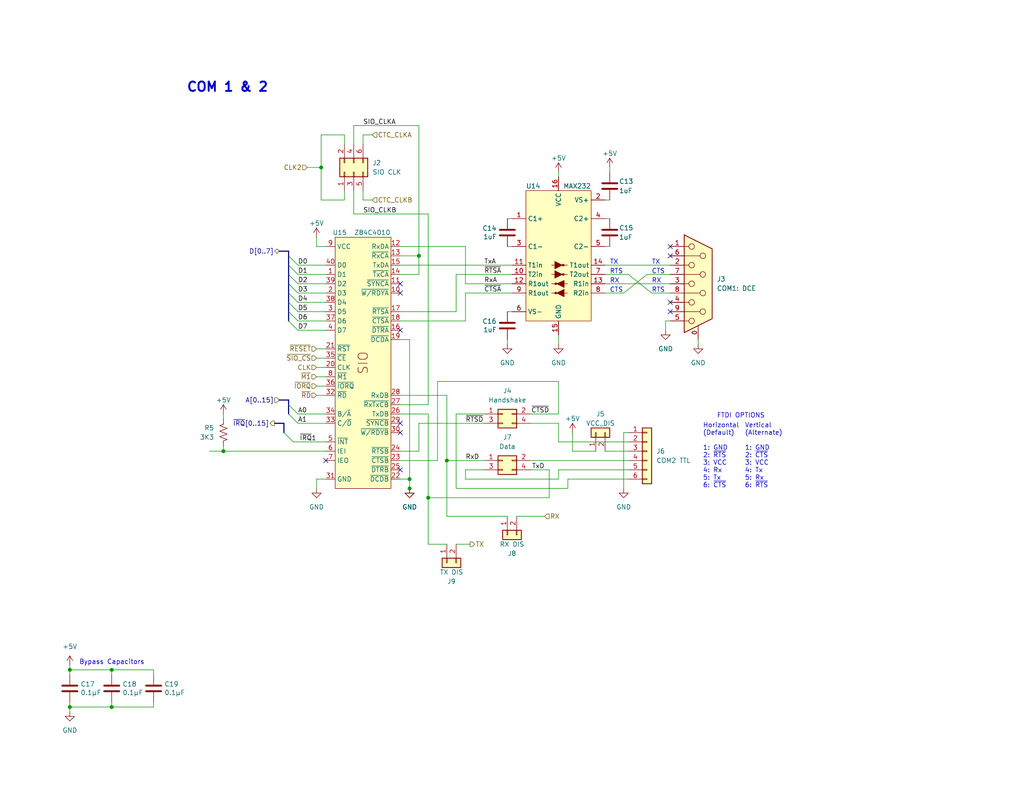
<source format=kicad_sch>
(kicad_sch (version 20230121) (generator eeschema)
  (paper "USLetter")
  (title_block (date "2023-08-13") (rev "V2") (company "Frédéric Segard  (@microhobbyist)"))
  (lib_symbols
    (symbol "+5V_1" (power) (pin_names (offset 0))
      (property "Value" "+5V_1" (at 0 3.556 0))
      (symbol "+5V_1_0_1"
        (polyline (pts (xy -0.762 1.27) (xy 0 2.54)))
        (polyline (pts (xy 0 0) (xy 0 2.54)))
        (polyline (pts (xy 0 2.54) (xy 0.762 1.27)))
      )
      (symbol "+5V_1_1_1"
        (pin power_in line (at 0 0 90) (length 0) hide (name "+5V") (number "1"))
      )
    )
    (symbol "0_Library:MAX232"
      (property "Reference" "U" (at -7.62 0 0))
      (property "Value" "MAX232" (at 1.27 0 0))
      (symbol "MAX232_0_1"
        (rectangle (start -8.89 -1.27) (end 8.89 -36.83) (stroke (width 0.1524)) (fill (type background)))
        (circle (center -0.762 -29.21) (radius 0.254) (stroke (width 0.1524)) (fill (type outline)))
        (circle (center -0.762 -26.67) (radius 0.254) (stroke (width 0.1524)) (fill (type outline)))
        (polyline (pts (xy -1.016 -24.13) (xy -1.905 -24.13)) (stroke (width 0.1524)))
        (polyline (pts (xy -1.016 -21.59) (xy -1.905 -21.59)) (stroke (width 0.1524)))
        (polyline (pts (xy -0.508 -29.21) (xy -1.905 -29.21)) (stroke (width 0.1524)))
        (polyline (pts (xy -0.508 -26.67) (xy -1.905 -26.67)) (stroke (width 0.1524)))
        (polyline (pts (xy 1.016 -24.13) (xy 2.413 -24.13)) (stroke (width 0.1524)))
        (polyline (pts (xy 1.016 -21.59) (xy 2.413 -21.59)) (stroke (width 0.1524)))
        (polyline (pts (xy 1.524 -29.21) (xy 2.413 -29.21)) (stroke (width 0.1524)))
        (polyline (pts (xy 1.524 -26.67) (xy 2.413 -26.67)) (stroke (width 0.1524)))
        (polyline (pts (xy -1.016 -23.114) (xy 1.016 -24.13) (xy -1.016 -25.146) (xy -1.016 -23.114)) (stroke (width 0.1524)) (fill (type outline)))
        (polyline (pts (xy -1.016 -20.574) (xy -1.016 -22.606) (xy 1.016 -21.59) (xy -1.016 -20.574)) (stroke (width 0.1524)) (fill (type outline)))
        (polyline (pts (xy 1.524 -28.194) (xy 1.524 -30.226) (xy -0.508 -29.21) (xy 1.524 -28.194)) (stroke (width 0.1524)) (fill (type outline)))
        (polyline (pts (xy 1.524 -25.781) (xy 1.524 -27.686) (xy -0.508 -26.67) (xy 1.524 -25.781)) (stroke (width 0.1524)) (fill (type outline)))
        (circle (center 1.27 -24.13) (radius 0.254) (stroke (width 0.1524)) (fill (type outline)))
        (circle (center 1.27 -21.59) (radius 0.254) (stroke (width 0.1524)) (fill (type outline)))
      )
      (symbol "MAX232_1_1"
        (pin passive line (at -12.7 -8.89 0) (length 3.81) (name "C1+") (number "1"))
        (pin input line (at -12.7 -24.13 0) (length 3.81) (name "T2in") (number "10"))
        (pin input line (at -12.7 -21.59 0) (length 3.81) (name "T1in") (number "11"))
        (pin output line (at -12.7 -26.67 0) (length 3.81) (name "R1out") (number "12"))
        (pin input line (at 12.7 -26.67 180) (length 3.81) (name "R1in") (number "13"))
        (pin output line (at 12.7 -21.59 180) (length 3.81) (name "T1out") (number "14"))
        (pin power_in line (at 0 -40.64 90) (length 3.81) (name "GND") (number "15"))
        (pin power_in line (at 0 2.54 270) (length 3.81) (name "VCC") (number "16"))
        (pin power_out line (at 12.7 -3.81 180) (length 3.81) (name "VS+") (number "2"))
        (pin passive line (at -12.7 -16.51 0) (length 3.81) (name "C1-") (number "3"))
        (pin passive line (at 12.7 -8.89 180) (length 3.81) (name "C2+") (number "4"))
        (pin passive line (at 12.7 -16.51 180) (length 3.81) (name "C2-") (number "5"))
        (pin power_out line (at -12.7 -34.29 0) (length 3.81) (name "VS-") (number "6"))
        (pin output line (at 12.7 -24.13 180) (length 3.81) (name "T2out") (number "7"))
        (pin input line (at 12.7 -29.21 180) (length 3.81) (name "R2in") (number "8"))
        (pin output line (at -12.7 -29.21 0) (length 3.81) (name "R1out") (number "9"))
      )
    )
    (symbol "0_Library:Z84C40xx SIO"
      (property "Reference" "U" (at -7.62 1.27 0))
      (property "Value" "Z84C40xx SIO" (at 1.27 1.27 0))
      (symbol "Z84C40xx SIO_0_0"
        (text "SIO" (at 0 -34.29 900) (effects (font (size 2.54 2.54))))
      )
      (symbol "Z84C40xx SIO_0_1"
        (rectangle (start -7.62 0) (end 7.62 -68.58) (stroke (width 0.1524)) (fill (type background)))
      )
      (symbol "Z84C40xx SIO_1_1"
        (pin bidirectional line (at -10.16 -10.16 0) (length 2.54) (name "D1") (number "1"))
        (pin output line (at 10.16 -15.24 180) (length 2.54) (name "~{W/RDYA}") (number "10"))
        (pin bidirectional line (at 10.16 -12.7 180) (length 2.54) (name "~{SYNCA}") (number "11"))
        (pin input line (at 10.16 -2.54 180) (length 2.54) (name "RxDA") (number "12"))
        (pin input line (at 10.16 -5.08 180) (length 2.54) (name "~{RxCA}") (number "13"))
        (pin input line (at 10.16 -10.16 180) (length 2.54) (name "~{TxCA}") (number "14"))
        (pin output line (at 10.16 -7.62 180) (length 2.54) (name "TxDA") (number "15"))
        (pin output line (at 10.16 -25.4 180) (length 2.54) (name "~{DTRA}") (number "16"))
        (pin output line (at 10.16 -20.32 180) (length 2.54) (name "~{RTSA}") (number "17"))
        (pin input line (at 10.16 -22.86 180) (length 2.54) (name "~{CTSA}") (number "18"))
        (pin input line (at 10.16 -27.94 180) (length 2.54) (name "~{DCDA}") (number "19"))
        (pin bidirectional line (at -10.16 -15.24 0) (length 2.54) (name "D3") (number "2"))
        (pin input line (at -10.16 -35.56 0) (length 2.54) (name "CLK") (number "20"))
        (pin input line (at -10.16 -30.48 0) (length 2.54) (name "~{RST}") (number "21"))
        (pin input line (at 10.16 -66.04 180) (length 2.54) (name "~{DCDB}") (number "22"))
        (pin input line (at 10.16 -60.96 180) (length 2.54) (name "~{CTSB}") (number "23"))
        (pin output line (at 10.16 -58.42 180) (length 2.54) (name "~{RTSB}") (number "24"))
        (pin output line (at 10.16 -63.5 180) (length 2.54) (name "~{DTRB}") (number "25"))
        (pin output line (at 10.16 -48.26 180) (length 2.54) (name "TxDB") (number "26"))
        (pin input line (at 10.16 -45.72 180) (length 2.54) (name "~{RxTxCB}") (number "27"))
        (pin input line (at 10.16 -43.18 180) (length 2.54) (name "RxDB") (number "28"))
        (pin bidirectional line (at 10.16 -50.8 180) (length 2.54) (name "~{SYNCB}") (number "29"))
        (pin bidirectional line (at -10.16 -20.32 0) (length 2.54) (name "D5") (number "3"))
        (pin output line (at 10.16 -53.34 180) (length 2.54) (name "~{W/RDYB}") (number "30"))
        (pin power_in line (at -10.16 -66.04 0) (length 2.54) (name "GND") (number "31"))
        (pin input line (at -10.16 -43.18 0) (length 2.54) (name "~{RD}") (number "32"))
        (pin input line (at -10.16 -50.8 0) (length 2.54) (name "C/~{D}") (number "33"))
        (pin input line (at -10.16 -48.26 0) (length 2.54) (name "B/~{A}") (number "34"))
        (pin input line (at -10.16 -33.02 0) (length 2.54) (name "~{CE}") (number "35"))
        (pin input line (at -10.16 -40.64 0) (length 2.54) (name "~{IORQ}") (number "36"))
        (pin bidirectional line (at -10.16 -22.86 0) (length 2.54) (name "D6") (number "37"))
        (pin bidirectional line (at -10.16 -17.78 0) (length 2.54) (name "D4") (number "38"))
        (pin bidirectional line (at -10.16 -12.7 0) (length 2.54) (name "D2") (number "39"))
        (pin bidirectional line (at -10.16 -25.4 0) (length 2.54) (name "D7") (number "4"))
        (pin bidirectional line (at -10.16 -7.62 0) (length 2.54) (name "D0") (number "40"))
        (pin open_collector line (at -10.16 -55.88 0) (length 2.54) (name "~{INT}") (number "5"))
        (pin input line (at -10.16 -58.42 0) (length 2.54) (name "IEI") (number "6"))
        (pin output line (at -10.16 -60.96 0) (length 2.54) (name "IEO") (number "7"))
        (pin input line (at -10.16 -38.1 0) (length 2.54) (name "~{M1}") (number "8"))
        (pin power_in line (at -10.16 -2.54 0) (length 2.54) (name "VCC") (number "9"))
      )
    )
    (symbol "Connector:DE9_Receptacle_MountingHoles" (pin_names (offset 1.016) hide)
      (property "Reference" "J" (at 0 16.51 0))
      (property "Value" "DE9_Receptacle_MountingHoles" (at 0 14.605 0))
      (symbol "DE9_Receptacle_MountingHoles_0_1"
        (circle (center -1.778 -10.16) (radius 0.762))
        (circle (center -1.778 -5.08) (radius 0.762))
        (circle (center -1.778 0) (radius 0.762))
        (circle (center -1.778 5.08) (radius 0.762))
        (circle (center -1.778 10.16) (radius 0.762))
        (polyline (pts (xy -3.81 -10.16) (xy -2.54 -10.16)))
        (polyline (pts (xy -3.81 -7.62) (xy 0.508 -7.62)))
        (polyline (pts (xy -3.81 -5.08) (xy -2.54 -5.08)))
        (polyline (pts (xy -3.81 -2.54) (xy 0.508 -2.54)))
        (polyline (pts (xy -3.81 0) (xy -2.54 0)))
        (polyline (pts (xy -3.81 2.54) (xy 0.508 2.54)))
        (polyline (pts (xy -3.81 5.08) (xy -2.54 5.08)))
        (polyline (pts (xy -3.81 7.62) (xy 0.508 7.62)))
        (polyline (pts (xy -3.81 10.16) (xy -2.54 10.16)))
        (polyline (pts (xy -3.81 13.335) (xy -3.81 -13.335) (xy 3.81 -9.525) (xy 3.81 9.525) (xy -3.81 13.335)) (stroke (width 0.254)) (fill (type background)))
        (circle (center 1.27 -7.62) (radius 0.762))
        (circle (center 1.27 -2.54) (radius 0.762))
        (circle (center 1.27 2.54) (radius 0.762))
        (circle (center 1.27 7.62) (radius 0.762))
      )
      (symbol "DE9_Receptacle_MountingHoles_1_1"
        (pin passive line (at 0 -15.24 90) (length 3.81) (name "PAD") (number "0"))
        (pin passive line (at -7.62 10.16 0) (length 3.81) (name "1") (number "1"))
        (pin passive line (at -7.62 5.08 0) (length 3.81) (name "2") (number "2"))
        (pin passive line (at -7.62 0 0) (length 3.81) (name "3") (number "3"))
        (pin passive line (at -7.62 -5.08 0) (length 3.81) (name "4") (number "4"))
        (pin passive line (at -7.62 -10.16 0) (length 3.81) (name "5") (number "5"))
        (pin passive line (at -7.62 7.62 0) (length 3.81) (name "6") (number "6"))
        (pin passive line (at -7.62 2.54 0) (length 3.81) (name "7") (number "7"))
        (pin passive line (at -7.62 -2.54 0) (length 3.81) (name "8") (number "8"))
        (pin passive line (at -7.62 -7.62 0) (length 3.81) (name "9") (number "9"))
      )
    )
    (symbol "Connector_Generic:Conn_01x02" (pin_names (offset 1.016) hide)
      (property "Reference" "J" (at 0 2.54 0))
      (property "Value" "Conn_01x02" (at 0 -5.08 0))
      (symbol "Conn_01x02_1_1"
        (rectangle (start -1.27 -2.413) (end 0 -2.667) (stroke (width 0.1524)))
        (rectangle (start -1.27 0.127) (end 0 -0.127) (stroke (width 0.1524)))
        (rectangle (start -1.27 1.27) (end 1.27 -3.81) (stroke (width 0.254)) (fill (type background)))
        (pin passive line (at -5.08 0 0) (length 3.81) (name "Pin_1") (number "1"))
        (pin passive line (at -5.08 -2.54 0) (length 3.81) (name "Pin_2") (number "2"))
      )
    )
    (symbol "Connector_Generic:Conn_01x06" (pin_names (offset 1.016) hide)
      (property "Reference" "J" (at 0 7.62 0))
      (property "Value" "Conn_01x06" (at 0 -10.16 0))
      (symbol "Conn_01x06_1_1"
        (rectangle (start -1.27 -7.493) (end 0 -7.747) (stroke (width 0.1524)))
        (rectangle (start -1.27 -4.953) (end 0 -5.207) (stroke (width 0.1524)))
        (rectangle (start -1.27 -2.413) (end 0 -2.667) (stroke (width 0.1524)))
        (rectangle (start -1.27 0.127) (end 0 -0.127) (stroke (width 0.1524)))
        (rectangle (start -1.27 2.667) (end 0 2.413) (stroke (width 0.1524)))
        (rectangle (start -1.27 5.207) (end 0 4.953) (stroke (width 0.1524)))
        (rectangle (start -1.27 6.35) (end 1.27 -8.89) (stroke (width 0.254)) (fill (type background)))
        (pin passive line (at -5.08 5.08 0) (length 3.81) (name "Pin_1") (number "1"))
        (pin passive line (at -5.08 2.54 0) (length 3.81) (name "Pin_2") (number "2"))
        (pin passive line (at -5.08 0 0) (length 3.81) (name "Pin_3") (number "3"))
        (pin passive line (at -5.08 -2.54 0) (length 3.81) (name "Pin_4") (number "4"))
        (pin passive line (at -5.08 -5.08 0) (length 3.81) (name "Pin_5") (number "5"))
        (pin passive line (at -5.08 -7.62 0) (length 3.81) (name "Pin_6") (number "6"))
      )
    )
    (symbol "Connector_Generic:Conn_02x02_Odd_Even" (pin_names (offset 1.016) hide)
      (property "Reference" "J" (at 1.27 2.54 0))
      (property "Value" "Conn_02x02_Odd_Even" (at 1.27 -5.08 0))
      (symbol "Conn_02x02_Odd_Even_1_1"
        (rectangle (start -1.27 -2.413) (end 0 -2.667) (stroke (width 0.1524)))
        (rectangle (start -1.27 0.127) (end 0 -0.127) (stroke (width 0.1524)))
        (rectangle (start -1.27 1.27) (end 3.81 -3.81) (stroke (width 0.254)) (fill (type background)))
        (rectangle (start 3.81 -2.413) (end 2.54 -2.667) (stroke (width 0.1524)))
        (rectangle (start 3.81 0.127) (end 2.54 -0.127) (stroke (width 0.1524)))
        (pin passive line (at -5.08 0 0) (length 3.81) (name "Pin_1") (number "1"))
        (pin passive line (at 7.62 0 180) (length 3.81) (name "Pin_2") (number "2"))
        (pin passive line (at -5.08 -2.54 0) (length 3.81) (name "Pin_3") (number "3"))
        (pin passive line (at 7.62 -2.54 180) (length 3.81) (name "Pin_4") (number "4"))
      )
    )
    (symbol "Connector_Generic:Conn_02x03_Odd_Even" (pin_names (offset 1.016) hide)
      (property "Reference" "J" (at 1.27 5.08 0))
      (property "Value" "Conn_02x03_Odd_Even" (at 1.27 -5.08 0))
      (symbol "Conn_02x03_Odd_Even_1_1"
        (rectangle (start -1.27 -2.413) (end 0 -2.667) (stroke (width 0.1524)))
        (rectangle (start -1.27 0.127) (end 0 -0.127) (stroke (width 0.1524)))
        (rectangle (start -1.27 2.667) (end 0 2.413) (stroke (width 0.1524)))
        (rectangle (start -1.27 3.81) (end 3.81 -3.81) (stroke (width 0.254)) (fill (type background)))
        (rectangle (start 3.81 -2.413) (end 2.54 -2.667) (stroke (width 0.1524)))
        (rectangle (start 3.81 0.127) (end 2.54 -0.127) (stroke (width 0.1524)))
        (rectangle (start 3.81 2.667) (end 2.54 2.413) (stroke (width 0.1524)))
        (pin passive line (at -5.08 2.54 0) (length 3.81) (name "Pin_1") (number "1"))
        (pin passive line (at 7.62 2.54 180) (length 3.81) (name "Pin_2") (number "2"))
        (pin passive line (at -5.08 0 0) (length 3.81) (name "Pin_3") (number "3"))
        (pin passive line (at 7.62 0 180) (length 3.81) (name "Pin_4") (number "4"))
        (pin passive line (at -5.08 -2.54 0) (length 3.81) (name "Pin_5") (number "5"))
        (pin passive line (at 7.62 -2.54 180) (length 3.81) (name "Pin_6") (number "6"))
      )
    )
    (symbol "Device:C" (pin_numbers hide) (pin_names (offset 0.254))
      (property "Reference" "C" (at 0.635 2.54 0))
      (property "Value" "C" (at 0.635 -2.54 0))
      (symbol "C_0_1"
        (polyline (pts (xy -2.032 -0.762) (xy 2.032 -0.762)) (stroke (width 0.508)))
        (polyline (pts (xy -2.032 0.762) (xy 2.032 0.762)) (stroke (width 0.508)))
      )
      (symbol "C_1_1"
        (pin passive line (at 0 3.81 270) (length 2.794) (name "~") (number "1"))
        (pin passive line (at 0 -3.81 90) (length 2.794) (name "~") (number "2"))
      )
    )
    (symbol "Device:R_US" (pin_numbers hide) (pin_names (offset 0))
      (property "Reference" "R" (at 2.54 0 90))
      (property "Value" "R_US" (at -2.54 0 90))
      (symbol "R_US_0_1"
        (polyline (pts (xy 0 -2.286) (xy 0 -2.54)))
        (polyline (pts (xy 0 2.286) (xy 0 2.54)))
        (polyline (pts (xy 0 -0.762) (xy 1.016 -1.143) (xy 0 -1.524) (xy -1.016 -1.905) (xy 0 -2.286)))
        (polyline (pts (xy 0 0.762) (xy 1.016 0.381) (xy 0 0) (xy -1.016 -0.381) (xy 0 -0.762)))
        (polyline (pts (xy 0 2.286) (xy 1.016 1.905) (xy 0 1.524) (xy -1.016 1.143) (xy 0 0.762)))
      )
      (symbol "R_US_1_1"
        (pin passive line (at 0 3.81 270) (length 1.27) (name "~") (number "1"))
        (pin passive line (at 0 -3.81 90) (length 1.27) (name "~") (number "2"))
      )
    )
    (symbol "GND_1" (power) (pin_names (offset 0))
      (property "Value" "GND_1" (at 0 -3.81 0))
      (symbol "GND_1_0_1"
        (polyline (pts (xy 0 0) (xy 0 -1.27) (xy 1.27 -1.27) (xy 0 -2.54) (xy -1.27 -1.27) (xy 0 -1.27)))
      )
      (symbol "GND_1_1_1"
        (pin power_in line (at 0 0 270) (length 0) hide (name "GND") (number "1"))
      )
    )
  )
  (junction (at 111.76 130.81))
  (junction (at 30.48 182.88))
  (junction (at 19.05 193.04))
  (junction (at 111.76 133.35))
  (junction (at 87.63 45.72))
  (junction (at 121.92 125.73))
  (junction (at 19.05 182.88))
  (junction (at 114.3 69.85))
  (junction (at 60.96 123.19))
  (junction (at 116.84 135.89))
  (junction (at 30.48 193.04))
  (no_connect (at 109.22 128.27))
  (no_connect (at 109.22 80.01))
  (no_connect (at 182.88 85.09))
  (no_connect (at 109.22 90.17))
  (no_connect (at 182.88 82.55))
  (no_connect (at 109.22 115.57))
  (no_connect (at 182.88 69.85))
  (no_connect (at 182.88 67.31))
  (no_connect (at 88.9 125.73))
  (no_connect (at 109.22 77.47))
  (no_connect (at 109.22 118.11))
  (bus_entry (at 77.47 118.11) (size 2.54 2.54))
  (bus_entry (at 78.74 110.49) (size 2.54 2.54))
  (bus_entry (at 78.74 113.03) (size 2.54 2.54))
  (bus_entry (at 78.74 77.47) (size 2.54 2.54))
  (bus_entry (at 78.74 80.01) (size 2.54 2.54))
  (bus_entry (at 78.74 85.09) (size 2.54 2.54))
  (bus_entry (at 78.74 72.39) (size 2.54 2.54))
  (bus_entry (at 78.74 69.85) (size 2.54 2.54))
  (bus_entry (at 78.74 82.55) (size 2.54 2.54))
  (bus_entry (at 78.74 87.63) (size 2.54 2.54))
  (bus_entry (at 78.74 74.93) (size 2.54 2.54))
  (wire (pts (xy 81.28 72.39) (xy 88.9 72.39)))
  (bus (pts (xy 78.74 80.01) (xy 78.74 77.47)))
  (wire (pts (xy 81.28 80.01) (xy 88.9 80.01)))
  (wire (pts (xy 116.84 110.49) (xy 116.84 58.42)))
  (wire (pts (xy 96.52 58.42) (xy 96.52 52.07)))
  (wire (pts (xy 87.63 36.83) (xy 87.63 45.72)))
  (wire (pts (xy 81.28 74.93) (xy 88.9 74.93)))
  (wire (pts (xy 138.43 85.09) (xy 139.7 85.09)))
  (wire (pts (xy 111.76 130.81) (xy 111.76 133.35)))
  (wire (pts (xy 144.78 128.27) (xy 149.86 128.27)))
  (wire (pts (xy 81.28 82.55) (xy 88.9 82.55)))
  (wire (pts (xy 177.8 80.01) (xy 171.45 74.93)))
  (wire (pts (xy 166.37 45.72) (xy 166.37 46.99)))
  (wire (pts (xy 154.94 130.81) (xy 171.45 130.81)))
  (wire (pts (xy 190.5 92.71) (xy 190.5 93.98)))
  (wire (pts (xy 99.06 54.61) (xy 101.6 54.61)))
  (wire (pts (xy 109.22 74.93) (xy 114.3 74.93)))
  (wire (pts (xy 19.05 191.77) (xy 19.05 193.04)))
  (bus (pts (xy 78.74 82.55) (xy 78.74 80.01)))
  (wire (pts (xy 30.48 193.04) (xy 41.91 193.04)))
  (wire (pts (xy 81.28 77.47) (xy 88.9 77.47)))
  (wire (pts (xy 109.22 130.81) (xy 111.76 130.81)))
  (wire (pts (xy 88.9 67.31) (xy 86.36 67.31)))
  (wire (pts (xy 152.4 115.57) (xy 152.4 120.65)))
  (wire (pts (xy 182.88 87.63) (xy 181.61 87.63)))
  (wire (pts (xy 86.36 97.79) (xy 88.9 97.79)))
  (wire (pts (xy 86.36 64.77) (xy 86.36 67.31)))
  (wire (pts (xy 19.05 193.04) (xy 30.48 193.04)))
  (wire (pts (xy 41.91 182.88) (xy 30.48 182.88)))
  (wire (pts (xy 30.48 191.77) (xy 30.48 193.04)))
  (wire (pts (xy 138.43 67.31) (xy 139.7 67.31)))
  (wire (pts (xy 116.84 148.59) (xy 121.92 148.59)))
  (wire (pts (xy 86.36 105.41) (xy 88.9 105.41)))
  (bus (pts (xy 74.93 115.57) (xy 77.47 115.57)))
  (wire (pts (xy 132.08 115.57) (xy 114.3 115.57)))
  (wire (pts (xy 138.43 59.69) (xy 139.7 59.69)))
  (wire (pts (xy 99.06 36.83) (xy 101.6 36.83)))
  (wire (pts (xy 99.06 52.07) (xy 99.06 54.61)))
  (wire (pts (xy 41.91 184.15) (xy 41.91 182.88)))
  (wire (pts (xy 99.06 39.37) (xy 99.06 36.83)))
  (wire (pts (xy 127 128.27) (xy 132.08 128.27)))
  (wire (pts (xy 127 130.81) (xy 152.4 130.81)))
  (wire (pts (xy 127 77.47) (xy 139.7 77.47)))
  (bus (pts (xy 78.74 72.39) (xy 78.74 69.85)))
  (wire (pts (xy 127 128.27) (xy 127 130.81)))
  (wire (pts (xy 182.88 80.01) (xy 177.8 80.01)))
  (wire (pts (xy 139.7 80.01) (xy 127 80.01)))
  (wire (pts (xy 124.46 148.59) (xy 128.27 148.59)))
  (wire (pts (xy 81.28 87.63) (xy 88.9 87.63)))
  (wire (pts (xy 109.22 87.63) (xy 127 87.63)))
  (wire (pts (xy 88.9 130.81) (xy 86.36 130.81)))
  (wire (pts (xy 170.18 80.01) (xy 176.53 74.93)))
  (wire (pts (xy 124.46 74.93) (xy 124.46 85.09)))
  (wire (pts (xy 152.4 46.99) (xy 152.4 48.26)))
  (bus (pts (xy 76.2 68.58) (xy 78.74 68.58)))
  (wire (pts (xy 81.28 115.57) (xy 88.9 115.57)))
  (wire (pts (xy 114.3 34.29) (xy 114.3 69.85)))
  (wire (pts (xy 114.3 69.85) (xy 114.3 74.93)))
  (wire (pts (xy 165.1 74.93) (xy 171.45 74.93)))
  (wire (pts (xy 132.08 113.03) (xy 124.46 113.03)))
  (wire (pts (xy 119.38 125.73) (xy 109.22 125.73)))
  (wire (pts (xy 121.92 107.95) (xy 109.22 107.95)))
  (wire (pts (xy 156.21 118.11) (xy 156.21 123.19)))
  (wire (pts (xy 116.84 113.03) (xy 109.22 113.03)))
  (wire (pts (xy 116.84 135.89) (xy 116.84 113.03)))
  (wire (pts (xy 144.78 115.57) (xy 152.4 115.57)))
  (wire (pts (xy 109.22 92.71) (xy 111.76 92.71)))
  (wire (pts (xy 165.1 59.69) (xy 166.37 59.69)))
  (wire (pts (xy 109.22 72.39) (xy 139.7 72.39)))
  (wire (pts (xy 121.92 125.73) (xy 121.92 140.97)))
  (wire (pts (xy 114.3 34.29) (xy 96.52 34.29)))
  (wire (pts (xy 81.28 90.17) (xy 88.9 90.17)))
  (wire (pts (xy 144.78 125.73) (xy 171.45 125.73)))
  (wire (pts (xy 121.92 140.97) (xy 138.43 140.97)))
  (wire (pts (xy 162.56 123.19) (xy 156.21 123.19)))
  (wire (pts (xy 86.36 102.87) (xy 88.9 102.87)))
  (wire (pts (xy 170.18 118.11) (xy 170.18 133.35)))
  (wire (pts (xy 109.22 110.49) (xy 116.84 110.49)))
  (wire (pts (xy 165.1 77.47) (xy 182.88 77.47)))
  (wire (pts (xy 119.38 104.14) (xy 119.38 125.73)))
  (wire (pts (xy 121.92 125.73) (xy 121.92 107.95)))
  (wire (pts (xy 86.36 107.95) (xy 88.9 107.95)))
  (wire (pts (xy 124.46 85.09) (xy 109.22 85.09)))
  (bus (pts (xy 78.74 87.63) (xy 78.74 85.09)))
  (wire (pts (xy 41.91 191.77) (xy 41.91 193.04)))
  (wire (pts (xy 152.4 104.14) (xy 119.38 104.14)))
  (wire (pts (xy 171.45 118.11) (xy 170.18 118.11)))
  (bus (pts (xy 78.74 110.49) (xy 78.74 109.22)))
  (wire (pts (xy 139.7 74.93) (xy 124.46 74.93)))
  (wire (pts (xy 30.48 184.15) (xy 30.48 182.88)))
  (wire (pts (xy 114.3 123.19) (xy 109.22 123.19)))
  (bus (pts (xy 78.74 113.03) (xy 78.74 110.49)))
  (wire (pts (xy 165.1 80.01) (xy 170.18 80.01)))
  (wire (pts (xy 83.82 45.72) (xy 87.63 45.72)))
  (wire (pts (xy 86.36 130.81) (xy 86.36 133.35)))
  (wire (pts (xy 152.4 93.98) (xy 152.4 91.44)))
  (wire (pts (xy 140.97 140.97) (xy 148.59 140.97)))
  (wire (pts (xy 109.22 69.85) (xy 114.3 69.85)))
  (wire (pts (xy 86.36 95.25) (xy 88.9 95.25)))
  (wire (pts (xy 152.4 128.27) (xy 171.45 128.27)))
  (bus (pts (xy 78.74 85.09) (xy 78.74 82.55)))
  (wire (pts (xy 87.63 54.61) (xy 87.63 45.72)))
  (wire (pts (xy 93.98 36.83) (xy 93.98 39.37)))
  (wire (pts (xy 60.96 121.92) (xy 60.96 123.19)))
  (wire (pts (xy 60.96 113.03) (xy 60.96 114.3)))
  (bus (pts (xy 78.74 69.85) (xy 78.74 68.58)))
  (wire (pts (xy 152.4 120.65) (xy 171.45 120.65)))
  (wire (pts (xy 181.61 87.63) (xy 181.61 90.17)))
  (bus (pts (xy 78.74 77.47) (xy 78.74 74.93)))
  (wire (pts (xy 57.15 123.19) (xy 60.96 123.19)))
  (wire (pts (xy 111.76 92.71) (xy 111.76 130.81)))
  (wire (pts (xy 165.1 72.39) (xy 182.88 72.39)))
  (wire (pts (xy 109.22 67.31) (xy 127 67.31)))
  (bus (pts (xy 76.2 109.22) (xy 78.74 109.22)))
  (bus (pts (xy 78.74 74.93) (xy 78.74 72.39)))
  (wire (pts (xy 144.78 113.03) (xy 152.4 113.03)))
  (wire (pts (xy 165.1 54.61) (xy 166.37 54.61)))
  (wire (pts (xy 30.48 182.88) (xy 19.05 182.88)))
  (wire (pts (xy 165.1 123.19) (xy 171.45 123.19)))
  (wire (pts (xy 124.46 113.03) (xy 124.46 133.35)))
  (wire (pts (xy 165.1 67.31) (xy 166.37 67.31)))
  (wire (pts (xy 152.4 130.81) (xy 152.4 128.27)))
  (wire (pts (xy 124.46 133.35) (xy 154.94 133.35)))
  (wire (pts (xy 60.96 123.19) (xy 88.9 123.19)))
  (wire (pts (xy 87.63 36.83) (xy 93.98 36.83)))
  (wire (pts (xy 176.53 74.93) (xy 182.88 74.93)))
  (wire (pts (xy 114.3 115.57) (xy 114.3 123.19)))
  (wire (pts (xy 19.05 181.61) (xy 19.05 182.88)))
  (wire (pts (xy 86.36 100.33) (xy 88.9 100.33)))
  (wire (pts (xy 154.94 133.35) (xy 154.94 130.81)))
  (bus (pts (xy 77.47 115.57) (xy 77.47 118.11)))
  (wire (pts (xy 19.05 182.88) (xy 19.05 184.15)))
  (wire (pts (xy 93.98 52.07) (xy 93.98 54.61)))
  (wire (pts (xy 132.08 125.73) (xy 121.92 125.73)))
  (wire (pts (xy 96.52 58.42) (xy 116.84 58.42)))
  (wire (pts (xy 138.43 92.71) (xy 138.43 93.98)))
  (wire (pts (xy 152.4 113.03) (xy 152.4 104.14)))
  (wire (pts (xy 80.01 120.65) (xy 88.9 120.65)))
  (wire (pts (xy 116.84 135.89) (xy 116.84 148.59)))
  (wire (pts (xy 19.05 193.04) (xy 19.05 194.31)))
  (wire (pts (xy 81.28 113.03) (xy 88.9 113.03)))
  (wire (pts (xy 127 77.47) (xy 127 67.31)))
  (wire (pts (xy 96.52 34.29) (xy 96.52 39.37)))
  (wire (pts (xy 149.86 128.27) (xy 149.86 135.89)))
  (wire (pts (xy 149.86 135.89) (xy 116.84 135.89)))
  (wire (pts (xy 93.98 54.61) (xy 87.63 54.61)))
  (wire (pts (xy 127 80.01) (xy 127 87.63)))
  (wire (pts (xy 81.28 85.09) (xy 88.9 85.09)))
  (text "RTS" (at 166.37 74.93 0) (effects (font (size 1.27 1.27)) (justify left bottom)))
  (text "COM 1 & 2" (at 50.8 25.4 0) (effects (font (size 2.54 2.54) (thickness 0.508) bold) (justify left bottom)))
  (text "TX" (at 177.8 72.39 0) (effects (font (size 1.27 1.27)) (justify left bottom)))
  (text "FTDI OPTIONS" (at 195.58 114.3 0) (effects (font (size 1.27 1.27)) (justify left bottom)))
  (text "Horizontal\n(Default)\n\n1: GND\n2: ~{RTS}\n3: VCC\n4: Rx\n5: Tx\n6: ~{CTS}" (at 191.77 133.35 0) (effects (font (size 1.27 1.27)) (justify left bottom)))
  (text "RX" (at 166.37 77.47 0) (effects (font (size 1.27 1.27)) (justify left bottom)))
  (text "RX" (at 177.8 77.47 0) (effects (font (size 1.27 1.27)) (justify left bottom)))
  (text "RTS" (at 177.8 80.01 0) (effects (font (size 1.27 1.27)) (justify left bottom)))
  (text "TX" (at 166.37 72.39 0) (effects (font (size 1.27 1.27)) (justify left bottom)))
  (text "CTS" (at 166.37 80.01 0) (effects (font (size 1.27 1.27)) (justify left bottom)))
  (text "Bypass Capacitors" (at 21.59 181.61 0) (effects (font (size 1.27 1.27)) (justify left bottom)))
  (text "Vertical\n(Alternate)\n\n1: GND\n2: ~{CTS}\n3: VCC\n4: Tx\n5: Rx\n6: ~{RTS}" (at 203.2 133.35 0) (effects (font (size 1.27 1.27)) (justify left bottom)))
  (text "CTS" (at 177.8 74.93 0) (effects (font (size 1.27 1.27)) (justify left bottom)))
  (label "~{CTSD}" (at 149.86 113.03 180))
  (label "A1" (at 81.28 115.57 0))
  (label "SIO_CLKA" (at 99.06 34.29 0))
  (label "D5" (at 81.28 85.09 0))
  (label "D6" (at 81.28 87.63 0))
  (label "~{CTSA}" (at 132.08 80.01 0))
  (label "RxA" (at 132.08 77.47 0))
  (label "SIO_CLKB" (at 99.06 58.42 0))
  (label "D3" (at 81.28 80.01 0))
  (label "TxD" (at 148.59 128.27 180))
  (label "D2" (at 81.28 77.47 0))
  (label "D4" (at 81.28 82.55 0))
  (label "TxA" (at 132.08 72.39 0))
  (label "A0" (at 81.28 113.03 0))
  (label "D1" (at 81.28 74.93 0))
  (label "D0" (at 81.28 72.39 0))
  (label "~{RTSA}" (at 132.08 74.93 0))
  (label "RxD" (at 127 125.73 0))
  (label "D7" (at 81.28 90.17 0))
  (label "~{RTSD}" (at 127 115.57 0))
  (label "~{IRQ}1" (at 86.36 120.65 180))
  (hierarchical_label "~{M1}" (shape input) (at 86.36 102.87 180))
  (hierarchical_label "CLK2" (shape input) (at 83.82 45.72 180))
  (hierarchical_label "CLK" (shape input) (at 86.36 100.33 180))
  (hierarchical_label "RX" (shape input) (at 148.59 140.97 0))
  (hierarchical_label "~{IORQ}" (shape input) (at 86.36 105.41 180))
  (hierarchical_label "~{RESET}" (shape input) (at 86.36 95.25 180))
  (hierarchical_label "A[0..15]" (shape input) (at 76.2 109.22 180))
  (hierarchical_label "CTC_CLKA" (shape input) (at 101.6 36.83 0))
  (hierarchical_label "TX" (shape output) (at 128.27 148.59 0))
  (hierarchical_label "CTC_CLKB" (shape input) (at 101.6 54.61 0))
  (hierarchical_label "D[0..7]" (shape bidirectional) (at 76.2 68.58 180))
  (hierarchical_label "~{RD}" (shape input) (at 86.36 107.95 180))
  (hierarchical_label "~{SIO_CS}" (shape input) (at 86.36 97.79 180))
  (hierarchical_label "~{IRQ}[0..15]" (shape output) (at 74.93 115.57 180))
  (symbol (lib_id "0_Library:Z84C40xx SIO") (at 99.06 64.77 0) (unit 1)
    (property "Reference" "U15" (at 92.71 63.5 0))
    (property "Value" "Z84C4010" (at 101.6 63.5 0))
    (property "Footprint" "Package_DIP:DIP-40_W15.24mm_Socket" (effects hide))
    (property "Datasheet" "https://www.mouser.ca/datasheet/2/240/zilgs00978_1-2584731.pdf" (effects hide))
    (instances (project "2 - CPU and memory card with the essential peripherals" (path "" (reference "U15") (unit 1))) (project "3 - Quad Serial card v3" (path "" (reference "U?") (unit 1))))
  )
  (symbol (lib_id "Connector_Generic:Conn_01x02") (at 138.43 146.05 90) (mirror x) (unit 1)
    (property "Reference" "J8" (at 139.7 151.13 90))
    (property "Value" "RX DIS" (at 139.7 148.59 90))
    (property "Footprint" "Connector_PinHeader_2.54mm:PinHeader_1x02_P2.54mm_Vertical" (effects hide))
    (instances (project "2 - CPU and memory card with the essential peripherals" (path "" (reference "J8") (unit 1))) (project "3 - Quad Serial card v3" (path "" (reference "J?") (unit 1))))
  )
  (symbol (lib_name "+5V_1") (lib_id "power:+5V") (at 86.36 64.77 0) (unit 1)
    (property "Reference" "#PWR050" (effects hide))
    (property "Value" "+5V" (at 86.36 60.96 0))
    (instances (project "2 - CPU and memory card with the essential peripherals" (path "" (reference "#PWR050") (unit 1))) (project "3 - Quad Serial card v3" (path "" (reference "#PWR?") (unit 1)) (path "" (reference "#PWR?") (unit 1))))
  )
  (symbol (lib_id "Connector_Generic:Conn_01x02") (at 121.92 153.67 90) (mirror x) (unit 1)
    (property "Reference" "J9" (at 123.19 158.75 90))
    (property "Value" "TX DIS" (at 123.19 156.21 90))
    (property "Footprint" "Connector_PinHeader_2.54mm:PinHeader_1x02_P2.54mm_Vertical" (effects hide))
    (instances (project "2 - CPU and memory card with the essential peripherals" (path "" (reference "J9") (unit 1))) (project "3 - Quad Serial card v3" (path "" (reference "J?") (unit 1))))
  )
  (symbol (lib_name "GND_1") (lib_id "power:GND") (at 190.5 93.98 0) (unit 1)
    (property "Reference" "#PWR054" (effects hide))
    (property "Value" "GND" (at 190.5 99.06 0))
    (instances (project "2 - CPU and memory card with the essential peripherals" (path "" (reference "#PWR054") (unit 1))) (project "3 - Quad Serial card v3" (path "" (reference "#PWR?") (unit 1)) (path "" (reference "#PWR?") (unit 1))))
  )
  (symbol (lib_name "GND_1") (lib_id "power:GND") (at 19.05 194.31 0) (unit 1)
    (property "Reference" "#PWR062" (effects hide))
    (property "Value" "GND" (at 19.05 199.39 0))
    (instances (project "2 - CPU and memory card with the essential peripherals" (path "" (reference "#PWR062") (unit 1))) (project "3 - Quad Serial card v3" (path "" (reference "#PWR?") (unit 1)) (path "" (reference "#PWR?") (unit 1))))
  )
  (symbol (lib_name "GND_1") (lib_id "power:GND") (at 111.76 133.35 0) (unit 1)
    (property "Reference" "#PWR058" (effects hide))
    (property "Value" "GND" (at 111.76 138.43 0))
    (instances (project "2 - CPU and memory card with the essential peripherals" (path "" (reference "#PWR058") (unit 1))) (project "3 - Quad Serial card v3" (path "" (reference "#PWR?") (unit 1)) (path "" (reference "#PWR?") (unit 1))))
  )
  (symbol (lib_id "Device:C") (at 19.05 187.96 0) (unit 1)
    (property "Reference" "C17" (at 21.971 186.7916 0) (effects (justify left)))
    (property "Value" "0.1µF" (at 21.971 189.103 0) (effects (justify left)))
    (property "Footprint" "Capacitor_THT:C_Disc_D3.0mm_W1.6mm_P2.50mm" (effects hide))
    (instances (project "2 - CPU and memory card with the essential peripherals" (path "" (reference "C17") (unit 1))) (project "3 - Quad Serial card v3" (path "" (reference "C?") (unit 1)) (path "" (reference "C?") (unit 1))))
  )
  (symbol (lib_id "Connector_Generic:Conn_02x02_Odd_Even") (at 137.16 113.03 0) (unit 1)
    (property "Reference" "J4" (at 138.43 106.68 0))
    (property "Value" "Handshake" (at 138.43 109.22 0))
    (property "Footprint" "Connector_PinHeader_2.54mm:PinHeader_2x02_P2.54mm_Vertical" (effects hide))
    (instances (project "2 - CPU and memory card with the essential peripherals" (path "" (reference "J4") (unit 1))) (project "3 - Quad Serial card v3" (path "" (reference "J?") (unit 1))))
  )
  (symbol (lib_id "Device:C") (at 166.37 63.5 0) (unit 1)
    (property "Reference" "C15" (at 168.91 62.23 0) (effects (justify left)))
    (property "Value" "1uF" (at 168.91 64.77 0) (effects (justify left)))
    (property "Footprint" "Capacitor_THT:C_Disc_D3.0mm_W1.6mm_P2.50mm" (effects hide))
    (instances (project "2 - CPU and memory card with the essential peripherals" (path "" (reference "C15") (unit 1))) (project "3 - Quad Serial card v3" (path "" (reference "C?") (unit 1))))
  )
  (symbol (lib_name "+5V_1") (lib_id "power:+5V") (at 156.21 118.11 0) (unit 1)
    (property "Reference" "#PWR056" (effects hide))
    (property "Value" "+5V" (at 156.21 114.3 0))
    (instances (project "2 - CPU and memory card with the essential peripherals" (path "" (reference "#PWR056") (unit 1))) (project "3 - Quad Serial card v3" (path "" (reference "#PWR?") (unit 1)) (path "" (reference "#PWR?") (unit 1)) (path "" (reference "#PWR?") (unit 1))))
  )
  (symbol (lib_name "GND_1") (lib_id "power:GND") (at 86.36 133.35 0) (unit 1)
    (property "Reference" "#PWR057" (effects hide))
    (property "Value" "GND" (at 86.36 138.43 0))
    (instances (project "2 - CPU and memory card with the essential peripherals" (path "" (reference "#PWR057") (unit 1))) (project "3 - Quad Serial card v3" (path "" (reference "#PWR?") (unit 1)) (path "" (reference "#PWR?") (unit 1))))
  )
  (symbol (lib_id "Device:C") (at 138.43 63.5 0) (mirror y) (unit 1)
    (property "Reference" "C14" (at 135.509 62.3316 0) (effects (justify left)))
    (property "Value" "1uF" (at 135.509 64.643 0) (effects (justify left)))
    (property "Footprint" "Capacitor_THT:C_Disc_D3.0mm_W1.6mm_P2.50mm" (effects hide))
    (instances (project "2 - CPU and memory card with the essential peripherals" (path "" (reference "C14") (unit 1))) (project "3 - Quad Serial card v3" (path "" (reference "C?") (unit 1))))
  )
  (symbol (lib_id "Connector_Generic:Conn_01x06") (at 176.53 123.19 0) (unit 1)
    (property "Reference" "J6" (at 179.07 123.19 0) (effects (justify left)))
    (property "Value" "COM2 TTL" (at 179.07 125.73 0) (effects (justify left)))
    (property "Footprint" "Connector_PinHeader_2.54mm:PinHeader_1x06_P2.54mm_Horizontal" (effects hide))
    (instances (project "2 - CPU and memory card with the essential peripherals" (path "" (reference "J6") (unit 1))) (project "3 - Quad Serial card v3" (path "" (reference "J?") (unit 1))))
  )
  (symbol (lib_id "Device:C") (at 30.48 187.96 0) (unit 1)
    (property "Reference" "C18" (at 33.401 186.7916 0) (effects (justify left)))
    (property "Value" "0.1µF" (at 33.401 189.103 0) (effects (justify left)))
    (property "Footprint" "Capacitor_THT:C_Disc_D3.0mm_W1.6mm_P2.50mm" (effects hide))
    (instances (project "2 - CPU and memory card with the essential peripherals" (path "" (reference "C18") (unit 1))) (project "3 - Quad Serial card v3" (path "" (reference "C?") (unit 1)) (path "" (reference "C?") (unit 1))))
  )
  (symbol (lib_name "GND_1") (lib_id "power:GND") (at 152.4 93.98 0) (unit 1)
    (property "Reference" "#PWR053" (effects hide))
    (property "Value" "GND" (at 152.4 99.06 0))
    (instances (project "2 - CPU and memory card with the essential peripherals" (path "" (reference "#PWR053") (unit 1))) (project "3 - Quad Serial card v3" (path "" (reference "#PWR?") (unit 1)) (path "" (reference "#PWR?") (unit 1))))
  )
  (symbol (lib_id "Device:C") (at 138.43 88.9 0) (mirror y) (unit 1)
    (property "Reference" "C16" (at 135.509 87.7316 0) (effects (justify left)))
    (property "Value" "1uF" (at 135.509 90.043 0) (effects (justify left)))
    (property "Footprint" "Capacitor_THT:C_Disc_D3.0mm_W1.6mm_P2.50mm" (effects hide))
    (instances (project "2 - CPU and memory card with the essential peripherals" (path "" (reference "C16") (unit 1))) (project "3 - Quad Serial card v3" (path "" (reference "C?") (unit 1))))
  )
  (symbol (lib_id "Connector_Generic:Conn_02x03_Odd_Even") (at 96.52 46.99 90) (unit 1)
    (property "Reference" "J2" (at 101.6 44.45 90) (effects (justify right)))
    (property "Value" "SIO CLK" (at 101.6 46.99 90) (effects (justify right)))
    (property "Footprint" "Connector_PinHeader_2.54mm:PinHeader_2x03_P2.54mm_Vertical" (effects hide))
  )
  (symbol (lib_id "Connector_Generic:Conn_01x02") (at 162.56 118.11 90) (unit 1)
    (property "Reference" "J5" (at 163.83 113.03 90))
    (property "Value" "VCC_DIS" (at 163.83 115.57 90))
    (property "Footprint" "Connector_PinHeader_2.54mm:PinHeader_1x02_P2.54mm_Vertical" (effects hide))
    (instances (project "2 - CPU and memory card with the essential peripherals" (path "" (reference "J5") (unit 1))) (project "3 - Quad Serial card v3" (path "" (reference "J?") (unit 1))))
  )
  (symbol (lib_name "+5V_1") (lib_id "power:+5V") (at 19.05 181.61 0) (unit 1)
    (property "Reference" "#PWR061" (effects hide))
    (property "Value" "+5V" (at 19.05 176.53 0))
    (instances (project "2 - CPU and memory card with the essential peripherals" (path "" (reference "#PWR061") (unit 1))) (project "3 - Quad Serial card v3" (path "" (reference "#PWR?") (unit 1)) (path "" (reference "#PWR?") (unit 1))))
  )
  (symbol (lib_name "GND_1") (lib_id "power:GND") (at 138.43 93.98 0) (unit 1)
    (property "Reference" "#PWR052" (effects hide))
    (property "Value" "GND" (at 138.43 99.06 0))
    (instances (project "2 - CPU and memory card with the essential peripherals" (path "" (reference "#PWR052") (unit 1))) (project "3 - Quad Serial card v3" (path "" (reference "#PWR?") (unit 1)) (path "" (reference "#PWR?") (unit 1))))
  )
  (symbol (lib_id "Device:C") (at 41.91 187.96 0) (unit 1)
    (property "Reference" "C19" (at 44.831 186.7916 0) (effects (justify left)))
    (property "Value" "0.1µF" (at 44.831 189.103 0) (effects (justify left)))
    (property "Footprint" "Capacitor_THT:C_Disc_D3.0mm_W1.6mm_P2.50mm" (effects hide))
    (instances (project "2 - CPU and memory card with the essential peripherals" (path "" (reference "C19") (unit 1))) (project "3 - Quad Serial card v3" (path "" (reference "C?") (unit 1)) (path "" (reference "C?") (unit 1))))
  )
  (symbol (lib_name "GND_1") (lib_id "power:GND") (at 111.76 133.35 0) (unit 1)
    (property "Reference" "#PWR059" (effects hide))
    (property "Value" "GND" (at 111.76 138.43 0))
    (instances (project "2 - CPU and memory card with the essential peripherals" (path "" (reference "#PWR059") (unit 1))) (project "3 - Quad Serial card v3" (path "" (reference "#PWR?") (unit 1)) (path "" (reference "#PWR?") (unit 1)) (path "" (reference "#PWR?") (unit 1))))
  )
  (symbol (lib_id "Connector_Generic:Conn_02x02_Odd_Even") (at 137.16 125.73 0) (unit 1)
    (property "Reference" "J7" (at 138.43 119.38 0))
    (property "Value" "Data" (at 138.43 121.92 0))
    (property "Footprint" "Connector_PinHeader_2.54mm:PinHeader_2x02_P2.54mm_Vertical" (effects hide))
    (instances (project "2 - CPU and memory card with the essential peripherals" (path "" (reference "J7") (unit 1))) (project "3 - Quad Serial card v3" (path "" (reference "J?") (unit 1))))
  )
  (symbol (lib_name "GND_1") (lib_id "power:GND") (at 181.61 90.17 0) (unit 1)
    (property "Reference" "#PWR051" (effects hide))
    (property "Value" "GND" (at 181.61 95.25 0))
    (instances (project "2 - CPU and memory card with the essential peripherals" (path "" (reference "#PWR051") (unit 1))) (project "3 - Quad Serial card v3" (path "" (reference "#PWR?") (unit 1)) (path "" (reference "#PWR?") (unit 1))))
  )
  (symbol (lib_id "Connector:DE9_Receptacle_MountingHoles") (at 190.5 77.47 0) (unit 1)
    (property "Reference" "J3" (at 195.58 76.2 0) (effects (justify left)))
    (property "Value" "COM1: DCE" (at 195.58 78.74 0) (effects (justify left)))
    (property "Footprint" "Connector_Dsub:DSUB-9_Female_Horizontal_P2.77x2.84mm_EdgePinOffset4.94mm_Housed_MountingHolesOffset7.48mm" (effects hide))
    (property "Datasheet" " ~" (effects hide))
    (instances (project "2 - CPU and memory card with the essential peripherals" (path "" (reference "J3") (unit 1))) (project "3 - Quad Serial card v3" (path "" (reference "J?") (unit 1))))
  )
  (symbol (lib_name "+5V_1") (lib_id "power:+5V") (at 60.96 113.03 0) (unit 1)
    (property "Reference" "#PWR055" (effects hide))
    (property "Value" "+5V" (at 60.96 109.22 0))
    (instances (project "2 - CPU and memory card with the essential peripherals" (path "" (reference "#PWR055") (unit 1))) (project "3 - Quad Serial card v3" (path "" (reference "#PWR?") (unit 1)) (path "" (reference "#PWR?") (unit 1))))
  )
  (symbol (lib_id "Device:C") (at 166.37 50.8 0) (unit 1)
    (property "Reference" "C13" (at 168.91 49.53 0) (effects (justify left)))
    (property "Value" "1uF" (at 168.91 52.07 0) (effects (justify left)))
    (property "Footprint" "Capacitor_THT:C_Disc_D3.0mm_W1.6mm_P2.50mm" (effects hide))
    (instances (project "2 - CPU and memory card with the essential peripherals" (path "" (reference "C13") (unit 1))) (project "3 - Quad Serial card v3" (path "" (reference "C?") (unit 1))))
  )
  (symbol (lib_name "+5V_1") (lib_id "power:+5V") (at 166.37 45.72 0) (unit 1)
    (property "Reference" "#PWR048" (effects hide))
    (property "Value" "+5V" (at 166.37 41.91 0))
    (instances (project "2 - CPU and memory card with the essential peripherals" (path "" (reference "#PWR048") (unit 1))) (project "3 - Quad Serial card v3" (path "" (reference "#PWR?") (unit 1)) (path "" (reference "#PWR?") (unit 1))))
  )
  (symbol (lib_name "GND_1") (lib_id "power:GND") (at 170.18 133.35 0) (unit 1)
    (property "Reference" "#PWR060" (effects hide))
    (property "Value" "GND" (at 170.18 138.43 0))
    (instances (project "2 - CPU and memory card with the essential peripherals" (path "" (reference "#PWR060") (unit 1))) (project "3 - Quad Serial card v3" (path "" (reference "#PWR?") (unit 1)) (path "" (reference "#PWR?") (unit 1)) (path "" (reference "#PWR?") (unit 1))))
  )
  (symbol (lib_name "+5V_1") (lib_id "power:+5V") (at 152.4 46.99 0) (unit 1)
    (property "Reference" "#PWR039" (effects hide))
    (property "Value" "+5V" (at 152.4 43.18 0))
    (instances (project "2 - CPU and memory card with the essential peripherals" (path "" (reference "#PWR039") (unit 1))) (project "3 - Quad Serial card v3" (path "" (reference "#PWR?") (unit 1)) (path "" (reference "#PWR?") (unit 1))))
  )
  (symbol (lib_id "0_Library:MAX232") (at 152.4 50.8 0) (unit 1)
    (property "Reference" "U14" (at 143.51 50.8 0) (effects (justify left)))
    (property "Value" "MAX232" (at 153.67 50.8 0) (effects (justify left)))
    (property "Footprint" "Package_DIP:DIP-16_W7.62mm_Socket" (effects hide))
    (property "Datasheet" "http://www.ti.com/lit/ds/symlink/max232.pdf" (effects hide))
    (instances (project "2 - CPU and memory card with the essential peripherals" (path "" (reference "U14") (unit 1))) (project "3 - Quad Serial card v3" (path "" (reference "U?") (unit 1))))
  )
  (symbol (lib_id "Device:R_US") (at 60.96 118.11 0) (mirror y) (unit 1)
    (property "Reference" "R5" (at 58.42 116.8399 0) (effects (justify left)))
    (property "Value" "3K3" (at 58.42 119.3799 0) (effects (justify left)))
    (property "Footprint" "Resistor_THT:R_Axial_DIN0207_L6.3mm_D2.5mm_P10.16mm_Horizontal" (effects hide))
    (instances (project "2 - CPU and memory card with the essential peripherals" (path "" (reference "R5") (unit 1))) (project "3 - Quad Serial card v3" (path "" (reference "R?") (unit 1))))
  )
)
</source>
